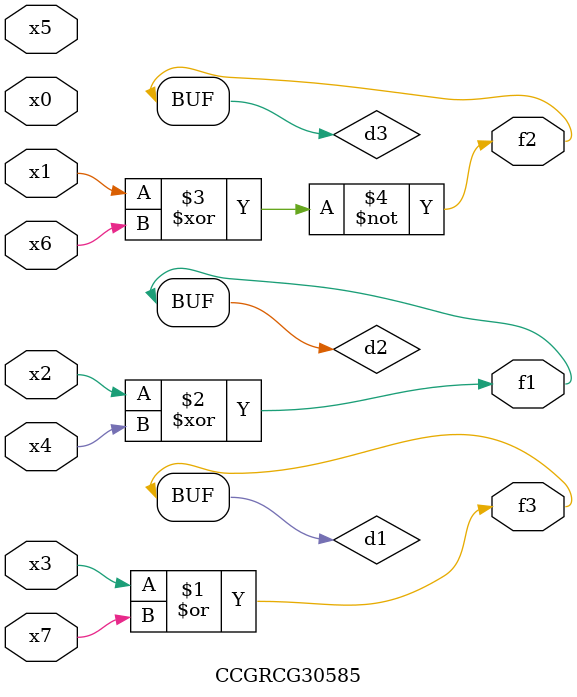
<source format=v>
module CCGRCG30585(
	input x0, x1, x2, x3, x4, x5, x6, x7,
	output f1, f2, f3
);

	wire d1, d2, d3;

	or (d1, x3, x7);
	xor (d2, x2, x4);
	xnor (d3, x1, x6);
	assign f1 = d2;
	assign f2 = d3;
	assign f3 = d1;
endmodule

</source>
